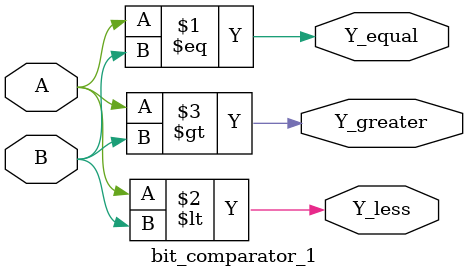
<source format=v>
module bit_comparator_1(
    input  wire A,
    input  wire B,
    output wire Y_equal,
    output wire Y_less,
    output wire Y_greater
);

    assign Y_equal   = (A == B);
    assign Y_less    = (A < B);
    assign Y_greater = (A > B);
    
endmodule
</source>
